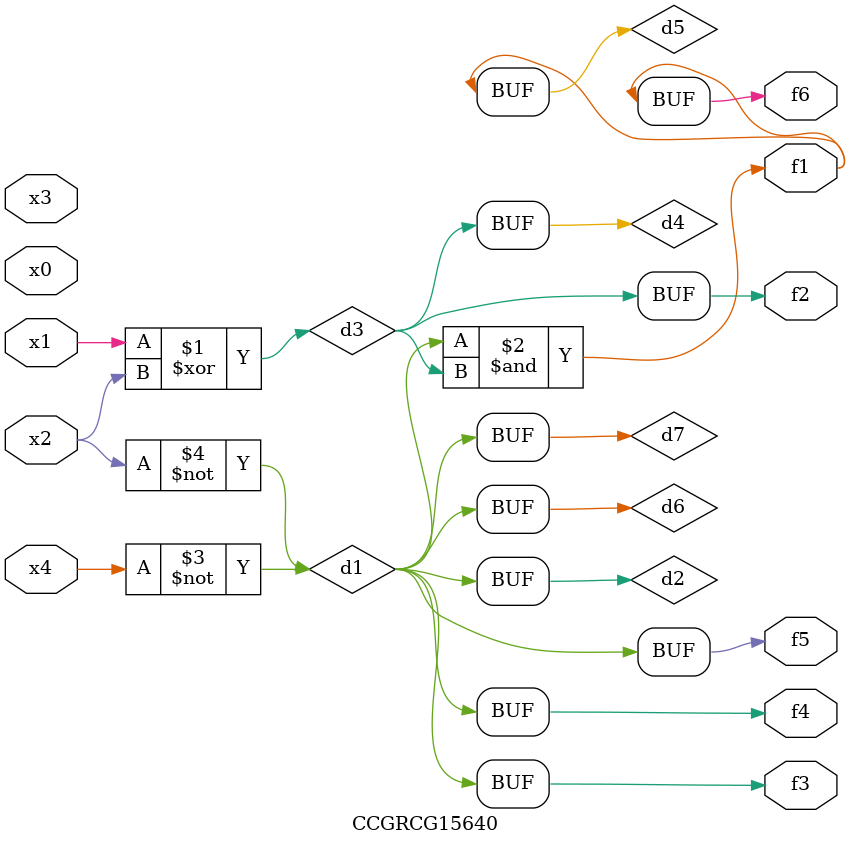
<source format=v>
module CCGRCG15640(
	input x0, x1, x2, x3, x4,
	output f1, f2, f3, f4, f5, f6
);

	wire d1, d2, d3, d4, d5, d6, d7;

	not (d1, x4);
	not (d2, x2);
	xor (d3, x1, x2);
	buf (d4, d3);
	and (d5, d1, d3);
	buf (d6, d1, d2);
	buf (d7, d2);
	assign f1 = d5;
	assign f2 = d4;
	assign f3 = d7;
	assign f4 = d7;
	assign f5 = d7;
	assign f6 = d5;
endmodule

</source>
